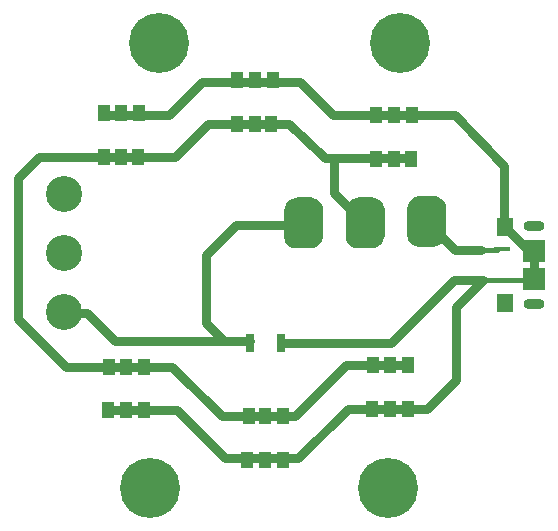
<source format=gtl>
G04*
G04 #@! TF.GenerationSoftware,Altium Limited,Altium Designer,20.0.1 (14)*
G04*
G04 Layer_Physical_Order=1*
G04 Layer_Color=255*
%FSLAX44Y44*%
%MOMM*%
G71*
G01*
G75*
%ADD11C,0.2540*%
%ADD24R,1.0000X1.4000*%
%ADD25R,1.9000X1.9000*%
%ADD26R,1.4000X1.6000*%
G04:AMPARAMS|DCode=27|XSize=0.4mm|YSize=1.35mm|CornerRadius=0.1mm|HoleSize=0mm|Usage=FLASHONLY|Rotation=90.000|XOffset=0mm|YOffset=0mm|HoleType=Round|Shape=RoundedRectangle|*
%AMROUNDEDRECTD27*
21,1,0.4000,1.1500,0,0,90.0*
21,1,0.2000,1.3500,0,0,90.0*
1,1,0.2000,0.5750,0.1000*
1,1,0.2000,0.5750,-0.1000*
1,1,0.2000,-0.5750,-0.1000*
1,1,0.2000,-0.5750,0.1000*
%
%ADD27ROUNDEDRECTD27*%
%ADD28R,0.8000X1.6500*%
%ADD29C,0.7620*%
%ADD30C,0.4064*%
%ADD31O,1.8000X0.9000*%
%ADD32C,0.5000*%
%ADD33C,2.4000*%
%ADD34C,3.0480*%
%ADD35C,5.0800*%
G36*
X45084Y42164D02*
X45084Y21843D01*
X45084Y20717D01*
X44645Y18509D01*
X43783Y16430D01*
X42532Y14558D01*
X40940Y12966D01*
X39069Y11715D01*
X36988Y10853D01*
X34780Y10414D01*
X33655Y10414D01*
X33654Y10413D01*
X22224Y10413D01*
X21223Y10413D01*
X19260Y10804D01*
X17412Y11569D01*
X15747Y12682D01*
X14332Y14097D01*
X13221Y15761D01*
X12455Y17610D01*
X12065Y19574D01*
X12065Y20574D01*
X12065Y20574D01*
X12064Y40893D01*
X12064Y42144D01*
X12552Y44598D01*
X13510Y46909D01*
X14900Y48989D01*
X16669Y50758D01*
X18749Y52148D01*
X21061Y53106D01*
X23514Y53594D01*
X24765Y53594D01*
Y53594D01*
X33655Y53594D01*
X34780Y53594D01*
X36989Y53155D01*
X39069Y52293D01*
X40941Y51042D01*
X42533Y49450D01*
X43784Y47578D01*
X44645Y45497D01*
X45084Y43289D01*
X45084Y42164D01*
X45084D01*
D02*
G37*
G36*
X97154D02*
X97154Y21843D01*
X97154Y20717D01*
X96715Y18509D01*
X95853Y16430D01*
X94602Y14558D01*
X93010Y12966D01*
X91138Y11715D01*
X89059Y10853D01*
X86850Y10414D01*
X85725Y10414D01*
X85724Y10413D01*
X74294Y10413D01*
X73293Y10413D01*
X71330Y10804D01*
X69482Y11569D01*
X67817Y12682D01*
X66402Y14097D01*
X65291Y15761D01*
X64525Y17610D01*
X64135Y19574D01*
X64135Y20574D01*
X64135Y20574D01*
X64134Y40893D01*
X64134Y42144D01*
X64622Y44598D01*
X65580Y46909D01*
X66970Y48989D01*
X68739Y50758D01*
X70819Y52148D01*
X73130Y53106D01*
X75584Y53594D01*
X76835Y53594D01*
Y53594D01*
X85725Y53594D01*
X86851Y53594D01*
X89059Y53155D01*
X91139Y52293D01*
X93011Y51042D01*
X94603Y49450D01*
X95854Y47578D01*
X96715Y45497D01*
X97154Y43289D01*
X97154Y42164D01*
X97154D01*
D02*
G37*
G36*
X149224Y43433D02*
X149224Y23113D01*
X149224Y21988D01*
X148785Y19779D01*
X147923Y17700D01*
X146672Y15828D01*
X145080Y14236D01*
X143209Y12985D01*
X141129Y12123D01*
X138920Y11684D01*
X137795Y11684D01*
X137795Y11683D01*
X126364Y11683D01*
X125364Y11683D01*
X123400Y12074D01*
X121552Y12839D01*
X119887Y13952D01*
X118472Y15367D01*
X117361Y17031D01*
X116595Y18880D01*
X116205Y20844D01*
X116205Y21844D01*
X116205Y21844D01*
X116204Y42163D01*
X116204Y43414D01*
X116692Y45868D01*
X117650Y48179D01*
X119040Y50259D01*
X120809Y52028D01*
X122889Y53418D01*
X125201Y54376D01*
X127654Y54864D01*
X128905Y54864D01*
Y54864D01*
X137795Y54864D01*
X138920Y54864D01*
X141129Y54425D01*
X143209Y53563D01*
X145081Y52312D01*
X146673Y50720D01*
X147924Y48848D01*
X148785Y46768D01*
X149224Y44559D01*
X149224Y43433D01*
X149224D01*
D02*
G37*
D11*
X-38100Y-69850D02*
X-16510D01*
X222520Y-16790D02*
X223520Y-15790D01*
D24*
X-27700Y115570D02*
D03*
X-12700D02*
D03*
Y152580D02*
D03*
X2300D02*
D03*
X1270Y115570D02*
D03*
X-27700Y152580D02*
D03*
X90170Y86180D02*
D03*
X105170D02*
D03*
Y123190D02*
D03*
X120170D02*
D03*
X119140Y86180D02*
D03*
X90170Y123190D02*
D03*
X-106920Y-89990D02*
D03*
X-121920D02*
D03*
Y-127000D02*
D03*
X-136920D02*
D03*
X-135890Y-89990D02*
D03*
X-106920Y-127000D02*
D03*
X10950Y-131900D02*
D03*
X-4050D02*
D03*
Y-168910D02*
D03*
X-19050D02*
D03*
X-18020Y-131900D02*
D03*
X10950Y-168910D02*
D03*
X116600Y-88900D02*
D03*
X101600D02*
D03*
Y-125910D02*
D03*
X86600D02*
D03*
X87630Y-88900D02*
D03*
X116600Y-125910D02*
D03*
X-140730Y87630D02*
D03*
X-125730D02*
D03*
Y124640D02*
D03*
X-110730D02*
D03*
X-111760Y87630D02*
D03*
X-140730Y124640D02*
D03*
D25*
X223520Y8210D02*
D03*
Y-15790D02*
D03*
D26*
X199020Y28210D02*
D03*
Y-35790D02*
D03*
D27*
X196770Y9210D02*
D03*
Y-16790D02*
D03*
D28*
X9490Y-69850D02*
D03*
X-16510D02*
D03*
D29*
X-54102Y-52832D02*
X-38862Y-68072D01*
X54610Y57404D02*
X80010Y32004D01*
X-28702Y29972D02*
X27940D01*
X-54102Y4572D02*
X-28702Y29972D01*
X69850Y40640D02*
X77216Y33274D01*
X132080D02*
X156464Y8890D01*
X179070D01*
X-54102Y-52832D02*
Y4572D01*
X156718Y123190D02*
X198120Y80010D01*
X53280Y123190D02*
X156718D01*
X198120Y29110D02*
Y80010D01*
X102870Y-69850D02*
X155930Y-16790D01*
X10160Y-69850D02*
X102870D01*
X-130810Y-68580D02*
X-16510D01*
X-154470Y-44920D02*
X-130810Y-68580D01*
X-57390Y151310D02*
X24130D01*
X-85510Y123190D02*
X-57390Y151310D01*
X16072Y115570D02*
X45720Y87630D01*
X-52130Y115570D02*
X16072D01*
X-80070Y87630D02*
X-52130Y115570D01*
X-195580Y87630D02*
X-80070D01*
X-213360Y69850D02*
X-195580Y87630D01*
X198120Y29110D02*
X223520Y3710D01*
Y-15790D02*
Y3710D01*
X-172720Y-90170D02*
X-82550D01*
X-213360Y-49530D02*
X-172720Y-90170D01*
X-136920Y-127000D02*
X-78740D01*
X-213360Y-49530D02*
Y69850D01*
X157480Y-101600D02*
Y-80010D01*
X133350Y-125730D02*
X157480Y-101600D01*
X66040Y-125730D02*
X133350D01*
X155930Y-16790D02*
X180280D01*
X157480Y-80010D02*
Y-39590D01*
X180280Y-16790D01*
X-179070Y-44920D02*
X-154470D01*
X25160Y151310D02*
X53280Y123190D01*
X46990Y86360D02*
X119140D01*
X54610Y57404D02*
Y85090D01*
X24130Y-167640D02*
X66040Y-125730D01*
X-38100Y-167640D02*
X24130D01*
X-78740Y-127000D02*
X-38100Y-167640D01*
X-82550Y-90170D02*
X-40640Y-132080D01*
X21590D01*
X64770Y-88900D01*
X116600D01*
X-139700Y123190D02*
X-85510D01*
D30*
X176784Y9144D02*
X192024D01*
X180280Y-16764D02*
X215646D01*
D31*
X223520Y29210D02*
D03*
Y-36790D02*
D03*
D32*
Y29210D02*
D03*
Y-36790D02*
D03*
D33*
X132080Y33274D02*
D03*
X27940Y32004D02*
D03*
X80010D02*
D03*
D34*
X-173990Y56350D02*
D03*
Y6350D02*
D03*
Y-43650D02*
D03*
D35*
X100330Y-193040D02*
D03*
X110490Y184150D02*
D03*
X-101600Y-193040D02*
D03*
X-93980Y184150D02*
D03*
M02*

</source>
